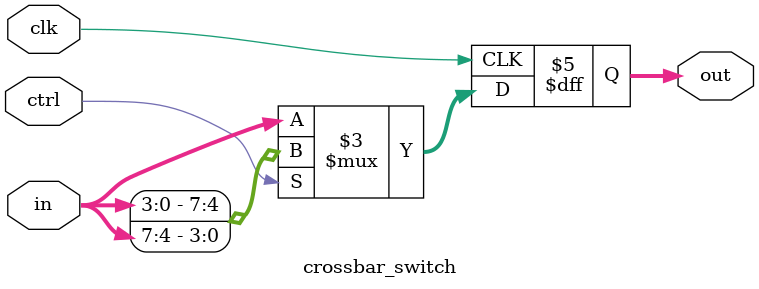
<source format=v>
module crossbar_switch #(
    parameter DW_DATA = 4
) (
    input clk,
    input ctrl,
    input [2*DW_DATA-1:0] in,
    output reg [2*DW_DATA-1:0] out
);

    always @(posedge clk) begin
        if (ctrl) begin
            out <= {in[0 +:DW_DATA], in[DW_DATA +:DW_DATA]};
        end
        else begin
            out <= in;
        end
    end

endmodule
</source>
